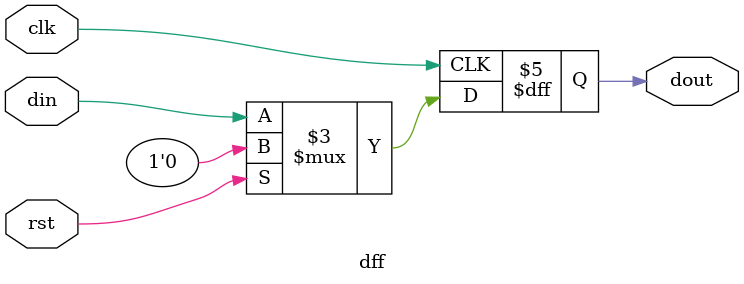
<source format=sv>
 
module dff(
input clk,
input rst,
input din,  
output reg dout  
);
  
  always@(posedge clk)
    begin
      if(rst)
         dout <= 1'b0;
      else
         dout <= din;
    end
  
endmodule
</source>
